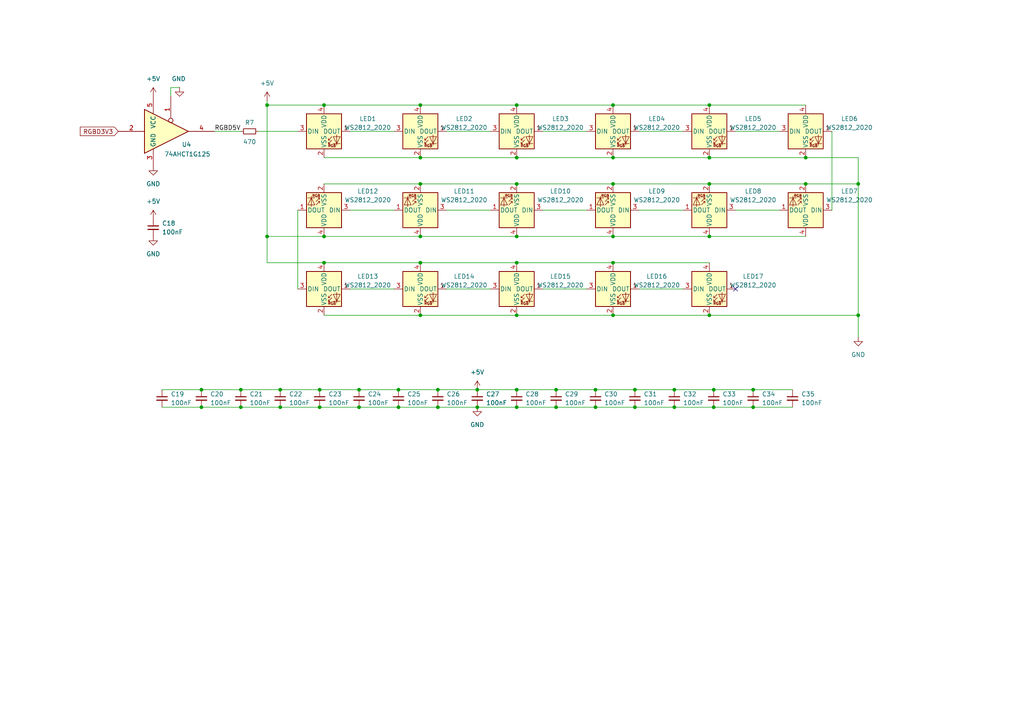
<source format=kicad_sch>
(kicad_sch (version 20231120) (generator "eeschema") (generator_version "8.0")
  (paper "A4")
  (title_block (title "Desire65 - 65% Hotswap PCB") (date "2024-05-18") (rev "1.0"))
  (lib_symbols
    (symbol "74xGxx:74AHCT1G125"
      (property "Reference" "U" (at -2.54 3.81 0))
      (property "Value" "74AHCT1G125" (at 0 -3.81 0))
      (symbol "74AHCT1G125_0_1"
        (polyline (pts (xy -7.62 6.35) (xy -7.62 -6.35) (xy 5.08 0) (xy -7.62 6.35)) (stroke (width 0.254)) (fill (type background)))
      )
      (symbol "74AHCT1G125_1_1"
        (pin input inverted (at 0 10.16 270) (length 7.62) (name "~") (number "1"))
        (pin input line (at -15.24 0 0) (length 7.62) (name "~") (number "2"))
        (pin power_in line (at -5.08 -10.16 90) (length 5.08) (name "GND") (number "3"))
        (pin tri_state line (at 12.7 0 180) (length 7.62) (name "~") (number "4"))
        (pin power_in line (at -5.08 10.16 270) (length 5.08) (name "VCC") (number "5"))
      )
    )
    (symbol "Device:C_Small" (pin_numbers hide) (pin_names (offset 0.254) hide)
      (property "Reference" "C" (at 0.254 1.778 0))
      (property "Value" "C_Small" (at 0.254 -2.032 0))
      (symbol "C_Small_0_1"
        (polyline (pts (xy -1.524 -0.508) (xy 1.524 -0.508)) (stroke (width 0.3302)))
        (polyline (pts (xy -1.524 0.508) (xy 1.524 0.508)) (stroke (width 0.3048)))
      )
      (symbol "C_Small_1_1"
        (pin passive line (at 0 2.54 270) (length 2.032) (name "~") (number "1"))
        (pin passive line (at 0 -2.54 90) (length 2.032) (name "~") (number "2"))
      )
    )
    (symbol "Device:R_Small" (pin_numbers hide) (pin_names (offset 0.254) hide)
      (property "Reference" "R" (at 0.762 0.508 0))
      (property "Value" "R_Small" (at 0.762 -1.016 0))
      (symbol "R_Small_0_1"
        (rectangle (start -0.762 1.778) (end 0.762 -1.778) (stroke (width 0.2032)))
      )
      (symbol "R_Small_1_1"
        (pin passive line (at 0 2.54 270) (length 0.762) (name "~") (number "1"))
        (pin passive line (at 0 -2.54 90) (length 0.762) (name "~") (number "2"))
      )
    )
    (symbol "PCM_marbastlib-various:WS2812_2020" (pin_names (offset 0.254))
      (property "Reference" "LED" (at 5.08 5.715 0))
      (property "Value" "WS2812_2020" (at 1.27 -5.715 0))
      (symbol "WS2812_2020_0_0"
        (text "RGB" (at 2.286 -4.191 0) (effects (font (size 0.762 0.762))))
      )
      (symbol "WS2812_2020_0_1"
        (polyline (pts (xy 1.27 -3.556) (xy 1.778 -3.556)))
        (polyline (pts (xy 1.27 -2.54) (xy 1.778 -2.54)))
        (polyline (pts (xy 4.699 -3.556) (xy 2.667 -3.556)))
        (polyline (pts (xy 2.286 -2.54) (xy 1.27 -3.556) (xy 1.27 -3.048)))
        (polyline (pts (xy 2.286 -1.524) (xy 1.27 -2.54) (xy 1.27 -2.032)))
        (polyline (pts (xy 3.683 -1.016) (xy 3.683 -3.556) (xy 3.683 -4.064)))
        (polyline (pts (xy 4.699 -1.524) (xy 2.667 -1.524) (xy 3.683 -3.556) (xy 4.699 -1.524)))
        (rectangle (start 5.08 5.08) (end -5.08 -5.08) (stroke (width 0.254)) (fill (type background)))
      )
      (symbol "WS2812_2020_1_1"
        (pin output line (at 7.62 0 180) (length 2.54) (name "DOUT") (number "1"))
        (pin power_in line (at 0 -7.62 90) (length 2.54) (name "VSS") (number "2"))
        (pin input line (at -7.62 0 0) (length 2.54) (name "DIN") (number "3"))
        (pin power_in line (at 0 7.62 270) (length 2.54) (name "VDD") (number "4"))
      )
    )
    (symbol "power:+5V" (power) (pin_numbers hide) (pin_names (offset 0) hide)
      (property "Value" "+5V" (at 0 3.556 0))
      (symbol "+5V_0_1"
        (polyline (pts (xy -0.762 1.27) (xy 0 2.54)))
        (polyline (pts (xy 0 0) (xy 0 2.54)))
        (polyline (pts (xy 0 2.54) (xy 0.762 1.27)))
      )
      (symbol "+5V_1_1"
        (pin power_in line (at 0 0 90) (length 0) (name "~") (number "1"))
      )
    )
    (symbol "power:GND" (power) (pin_numbers hide) (pin_names (offset 0) hide)
      (property "Value" "GND" (at 0 -3.81 0))
      (symbol "GND_0_1"
        (polyline (pts (xy 0 0) (xy 0 -1.27) (xy 1.27 -1.27) (xy 0 -2.54) (xy -1.27 -1.27) (xy 0 -1.27)))
      )
      (symbol "GND_1_1"
        (pin power_in line (at 0 0 270) (length 0) (name "~") (number "1"))
      )
    )
  )
  (junction (at 138.43 118.11))
  (junction (at 115.57 118.11))
  (junction (at 248.92 53.34))
  (junction (at 127 118.11))
  (junction (at 121.92 45.72))
  (junction (at 177.8 30.48))
  (junction (at 184.15 113.03))
  (junction (at 233.68 45.72))
  (junction (at 233.68 53.34))
  (junction (at 149.86 113.03))
  (junction (at 205.74 68.58))
  (junction (at 207.01 113.03))
  (junction (at 149.86 76.2))
  (junction (at 218.44 113.03))
  (junction (at 172.72 118.11))
  (junction (at 177.8 68.58))
  (junction (at 177.8 53.34))
  (junction (at 93.98 30.48))
  (junction (at 177.8 76.2))
  (junction (at 149.86 91.44))
  (junction (at 92.71 113.03))
  (junction (at 161.29 113.03))
  (junction (at 172.72 113.03))
  (junction (at 121.92 68.58))
  (junction (at 127 113.03))
  (junction (at 195.58 118.11))
  (junction (at 248.92 91.44))
  (junction (at 58.42 118.11))
  (junction (at 115.57 113.03))
  (junction (at 149.86 118.11))
  (junction (at 205.74 53.34))
  (junction (at 177.8 91.44))
  (junction (at 81.28 113.03))
  (junction (at 121.92 53.34))
  (junction (at 161.29 118.11))
  (junction (at 205.74 45.72))
  (junction (at 92.71 118.11))
  (junction (at 93.98 76.2))
  (junction (at 184.15 118.11))
  (junction (at 149.86 30.48))
  (junction (at 205.74 91.44))
  (junction (at 218.44 118.11))
  (junction (at 77.47 68.58))
  (junction (at 138.43 113.03))
  (junction (at 149.86 45.72))
  (junction (at 77.47 30.48))
  (junction (at 207.01 118.11))
  (junction (at 121.92 30.48))
  (junction (at 149.86 68.58))
  (junction (at 104.14 113.03))
  (junction (at 93.98 68.58))
  (junction (at 177.8 45.72))
  (junction (at 149.86 53.34))
  (junction (at 121.92 76.2))
  (junction (at 69.85 118.11))
  (junction (at 205.74 30.48))
  (junction (at 81.28 118.11))
  (junction (at 58.42 113.03))
  (junction (at 104.14 118.11))
  (junction (at 195.58 113.03))
  (junction (at 121.92 91.44))
  (junction (at 69.85 113.03))
  (no_connect (at 213.36 83.82))
  (wire (pts (xy 58.42 118.11) (xy 69.85 118.11)))
  (wire (pts (xy 121.92 53.34) (xy 149.86 53.34)))
  (wire (pts (xy 233.68 53.34) (xy 248.92 53.34)))
  (wire (pts (xy 93.98 68.58) (xy 77.47 68.58)))
  (wire (pts (xy 207.01 113.03) (xy 218.44 113.03)))
  (wire (pts (xy 149.86 76.2) (xy 121.92 76.2)))
  (wire (pts (xy 129.54 38.1) (xy 142.24 38.1)))
  (wire (pts (xy 46.99 113.03) (xy 58.42 113.03)))
  (wire (pts (xy 129.54 60.96) (xy 142.24 60.96)))
  (wire (pts (xy 121.92 30.48) (xy 149.86 30.48)))
  (wire (pts (xy 69.85 113.03) (xy 81.28 113.03)))
  (wire (pts (xy 184.15 113.03) (xy 195.58 113.03)))
  (wire (pts (xy 77.47 30.48) (xy 77.47 29.21)))
  (wire (pts (xy 205.74 68.58) (xy 177.8 68.58)))
  (wire (pts (xy 92.71 118.11) (xy 104.14 118.11)))
  (wire (pts (xy 157.48 38.1) (xy 170.18 38.1)))
  (wire (pts (xy 101.6 38.1) (xy 114.3 38.1)))
  (wire (pts (xy 77.47 68.58) (xy 77.47 30.48)))
  (wire (pts (xy 185.42 83.82) (xy 198.12 83.82)))
  (wire (pts (xy 218.44 118.11) (xy 229.87 118.11)))
  (wire (pts (xy 77.47 30.48) (xy 93.98 30.48)))
  (wire (pts (xy 248.92 53.34) (xy 248.92 91.44)))
  (wire (pts (xy 77.47 76.2) (xy 77.47 68.58)))
  (wire (pts (xy 233.68 68.58) (xy 205.74 68.58)))
  (wire (pts (xy 205.74 45.72) (xy 177.8 45.72)))
  (wire (pts (xy 92.71 113.03) (xy 104.14 113.03)))
  (wire (pts (xy 138.43 113.03) (xy 149.86 113.03)))
  (wire (pts (xy 149.86 53.34) (xy 177.8 53.34)))
  (wire (pts (xy 81.28 118.11) (xy 92.71 118.11)))
  (wire (pts (xy 129.54 83.82) (xy 142.24 83.82)))
  (wire (pts (xy 149.86 113.03) (xy 161.29 113.03)))
  (wire (pts (xy 157.48 83.82) (xy 170.18 83.82)))
  (wire (pts (xy 101.6 83.82) (xy 114.3 83.82)))
  (wire (pts (xy 52.07 25.4) (xy 49.53 25.4)))
  (wire (pts (xy 207.01 118.11) (xy 218.44 118.11)))
  (wire (pts (xy 172.72 118.11) (xy 184.15 118.11)))
  (wire (pts (xy 93.98 45.72) (xy 121.92 45.72)))
  (wire (pts (xy 115.57 113.03) (xy 127 113.03)))
  (wire (pts (xy 58.42 113.03) (xy 69.85 113.03)))
  (wire (pts (xy 161.29 118.11) (xy 172.72 118.11)))
  (wire (pts (xy 86.36 60.96) (xy 86.36 83.82)))
  (wire (pts (xy 213.36 38.1) (xy 226.06 38.1)))
  (wire (pts (xy 172.72 113.03) (xy 184.15 113.03)))
  (wire (pts (xy 185.42 60.96) (xy 198.12 60.96)))
  (wire (pts (xy 93.98 30.48) (xy 121.92 30.48)))
  (wire (pts (xy 157.48 60.96) (xy 170.18 60.96)))
  (wire (pts (xy 205.74 30.48) (xy 233.68 30.48)))
  (wire (pts (xy 69.85 118.11) (xy 81.28 118.11)))
  (wire (pts (xy 93.98 91.44) (xy 121.92 91.44)))
  (wire (pts (xy 205.74 53.34) (xy 233.68 53.34)))
  (wire (pts (xy 81.28 113.03) (xy 92.71 113.03)))
  (wire (pts (xy 149.86 30.48) (xy 177.8 30.48)))
  (wire (pts (xy 127 118.11) (xy 138.43 118.11)))
  (wire (pts (xy 93.98 53.34) (xy 121.92 53.34)))
  (wire (pts (xy 177.8 30.48) (xy 205.74 30.48)))
  (wire (pts (xy 218.44 113.03) (xy 229.87 113.03)))
  (wire (pts (xy 177.8 45.72) (xy 149.86 45.72)))
  (wire (pts (xy 104.14 113.03) (xy 115.57 113.03)))
  (wire (pts (xy 205.74 91.44) (xy 248.92 91.44)))
  (wire (pts (xy 177.8 76.2) (xy 205.74 76.2)))
  (wire (pts (xy 49.53 25.4) (xy 49.53 27.94)))
  (wire (pts (xy 149.86 118.11) (xy 161.29 118.11)))
  (wire (pts (xy 121.92 68.58) (xy 93.98 68.58)))
  (wire (pts (xy 127 113.03) (xy 138.43 113.03)))
  (wire (pts (xy 115.57 118.11) (xy 127 118.11)))
  (wire (pts (xy 161.29 113.03) (xy 172.72 113.03)))
  (wire (pts (xy 101.6 60.96) (xy 114.3 60.96)))
  (wire (pts (xy 138.43 118.11) (xy 149.86 118.11)))
  (wire (pts (xy 149.86 68.58) (xy 121.92 68.58)))
  (wire (pts (xy 149.86 91.44) (xy 177.8 91.44)))
  (wire (pts (xy 104.14 118.11) (xy 115.57 118.11)))
  (wire (pts (xy 248.92 91.44) (xy 248.92 97.79)))
  (wire (pts (xy 177.8 91.44) (xy 205.74 91.44)))
  (wire (pts (xy 195.58 113.03) (xy 207.01 113.03)))
  (wire (pts (xy 121.92 91.44) (xy 149.86 91.44)))
  (wire (pts (xy 185.42 38.1) (xy 198.12 38.1)))
  (wire (pts (xy 184.15 118.11) (xy 195.58 118.11)))
  (wire (pts (xy 121.92 76.2) (xy 93.98 76.2)))
  (wire (pts (xy 74.93 38.1) (xy 86.36 38.1)))
  (wire (pts (xy 195.58 118.11) (xy 207.01 118.11)))
  (wire (pts (xy 248.92 45.72) (xy 248.92 53.34)))
  (wire (pts (xy 233.68 45.72) (xy 205.74 45.72)))
  (wire (pts (xy 46.99 118.11) (xy 58.42 118.11)))
  (wire (pts (xy 177.8 68.58) (xy 149.86 68.58)))
  (wire (pts (xy 62.23 38.1) (xy 69.85 38.1)))
  (wire (pts (xy 93.98 76.2) (xy 77.47 76.2)))
  (wire (pts (xy 177.8 53.34) (xy 205.74 53.34)))
  (wire (pts (xy 149.86 45.72) (xy 121.92 45.72)))
  (wire (pts (xy 177.8 76.2) (xy 149.86 76.2)))
  (wire (pts (xy 213.36 60.96) (xy 226.06 60.96)))
  (wire (pts (xy 241.3 38.1) (xy 241.3 60.96)))
  (wire (pts (xy 248.92 45.72) (xy 233.68 45.72)))
  (label "RGBD5V" (at 62.23 38.1 0))
  (global_label "RGBD3V3" (shape input) (at 34.29 38.1 180) (property "Intersheetrefs" "${INTERSHEET_REFS}" (effects (hide yes))))
  (symbol (lib_id "Device:C_Small") (at 229.87 115.57 0) (unit 1)
    (property "Reference" "C35" (at 232.41 114.3062 0) (effects (justify left)))
    (property "Value" "100nF" (at 232.41 116.8462 0) (effects (justify left)))
    (property "Footprint" "Capacitor_SMD:C_0402_1005Metric" (effects (hide yes)))
    (property "Description" "Unpolarized capacitor, small symbol" (effects (hide yes)))
    (property "LCSC Part" "C1525" (effects (hide yes)))
  )
  (symbol (lib_id "power:+5V") (at 138.43 113.03 0) (unit 1)
    (property "Reference" "#PWR034" (effects (hide yes)))
    (property "Value" "+5V" (at 138.43 107.95 0))
    (property "Description" "Power symbol creates a global label with name \"+5V\"" (effects (hide yes)))
  )
  (symbol (lib_id "PCM_marbastlib-various:WS2812_2020") (at 177.8 38.1 0) (unit 1)
    (property "Reference" "LED4" (at 190.5 34.452 0))
    (property "Value" "WS2812_2020" (at 190.5 36.992 0))
    (property "Footprint" "PCM_marbastlib-various:LED_WS2812_2020" (effects (hide yes)))
    (property "Datasheet" "https://www.world-semi.com/DownLoadFile/139" (effects (hide yes)))
    (property "Description" "2020 SMD adressable RGB LED with integrated controller" (effects (hide yes)))
    (property "LCSC Part" "C965555" (effects (hide yes)))
  )
  (symbol (lib_id "Device:C_Small") (at 92.71 115.57 0) (unit 1)
    (property "Reference" "C23" (at 95.25 114.3062 0) (effects (justify left)))
    (property "Value" "100nF" (at 95.25 116.8462 0) (effects (justify left)))
    (property "Footprint" "Capacitor_SMD:C_0402_1005Metric" (effects (hide yes)))
    (property "Description" "Unpolarized capacitor, small symbol" (effects (hide yes)))
    (property "LCSC Part" "C1525" (effects (hide yes)))
  )
  (symbol (lib_id "PCM_marbastlib-various:WS2812_2020") (at 149.86 60.96 180) (unit 1)
    (property "Reference" "LED10" (at 162.56 55.4638 0))
    (property "Value" "WS2812_2020" (at 162.56 58.0038 0))
    (property "Footprint" "PCM_marbastlib-various:LED_WS2812_2020" (effects (hide yes)))
    (property "Datasheet" "https://www.world-semi.com/DownLoadFile/139" (effects (hide yes)))
    (property "Description" "2020 SMD adressable RGB LED with integrated controller" (effects (hide yes)))
    (property "LCSC Part" "C965555" (effects (hide yes)))
  )
  (symbol (lib_id "Device:C_Small") (at 104.14 115.57 0) (unit 1)
    (property "Reference" "C24" (at 106.68 114.3062 0) (effects (justify left)))
    (property "Value" "100nF" (at 106.68 116.8462 0) (effects (justify left)))
    (property "Footprint" "Capacitor_SMD:C_0402_1005Metric" (effects (hide yes)))
    (property "Description" "Unpolarized capacitor, small symbol" (effects (hide yes)))
    (property "LCSC Part" "C1525" (effects (hide yes)))
  )
  (symbol (lib_id "74xGxx:74AHCT1G125") (at 49.53 38.1 0) (unit 1)
    (property "Reference" "U4" (at 54.102 41.91 0))
    (property "Value" "74AHCT1G125" (at 54.356 44.704 0))
    (property "Footprint" "Package_TO_SOT_SMD:SOT-23-5" (effects (hide yes)))
    (property "Datasheet" "http://www.ti.com/lit/sg/scyt129e/scyt129e.pdf" (effects (hide yes)))
    (property "Description" "Single Buffer Gate Tri-State, Low-Voltage CMOS" (effects (hide yes)))
    (property "LCSC Part" "C7484" (effects (hide yes)))
  )
  (symbol (lib_id "PCM_marbastlib-various:WS2812_2020") (at 205.74 60.96 180) (unit 1)
    (property "Reference" "LED8" (at 218.44 55.4638 0))
    (property "Value" "WS2812_2020" (at 218.44 58.0038 0))
    (property "Footprint" "PCM_marbastlib-various:LED_WS2812_2020" (effects (hide yes)))
    (property "Datasheet" "https://www.world-semi.com/DownLoadFile/139" (effects (hide yes)))
    (property "Description" "2020 SMD adressable RGB LED with integrated controller" (effects (hide yes)))
    (property "LCSC Part" "C965555" (effects (hide yes)))
  )
  (symbol (lib_id "Device:C_Small") (at 195.58 115.57 0) (unit 1)
    (property "Reference" "C32" (at 198.12 114.3062 0) (effects (justify left)))
    (property "Value" "100nF" (at 198.12 116.8462 0) (effects (justify left)))
    (property "Footprint" "Capacitor_SMD:C_0402_1005Metric" (effects (hide yes)))
    (property "Description" "Unpolarized capacitor, small symbol" (effects (hide yes)))
    (property "LCSC Part" "C1525" (effects (hide yes)))
  )
  (symbol (lib_id "PCM_marbastlib-various:WS2812_2020") (at 233.68 38.1 0) (unit 1)
    (property "Reference" "LED6" (at 246.38 34.452 0))
    (property "Value" "WS2812_2020" (at 246.38 36.992 0))
    (property "Footprint" "PCM_marbastlib-various:LED_WS2812_2020" (effects (hide yes)))
    (property "Datasheet" "https://www.world-semi.com/DownLoadFile/139" (effects (hide yes)))
    (property "Description" "2020 SMD adressable RGB LED with integrated controller" (effects (hide yes)))
    (property "LCSC Part" "C965555" (effects (hide yes)))
  )
  (symbol (lib_id "Device:R_Small") (at 72.39 38.1 90) (unit 1)
    (property "Reference" "R7" (at 72.39 35.56 90))
    (property "Value" "470" (at 72.39 41.148 90))
    (property "Footprint" "Resistor_SMD:R_0402_1005Metric" (effects (hide yes)))
    (property "Description" "Resistor, small symbol" (effects (hide yes)))
    (property "LCSC Part" "C25117" (effects (hide yes)))
  )
  (symbol (lib_id "Device:C_Small") (at 172.72 115.57 0) (unit 1)
    (property "Reference" "C30" (at 175.26 114.3062 0) (effects (justify left)))
    (property "Value" "100nF" (at 175.26 116.8462 0) (effects (justify left)))
    (property "Footprint" "Capacitor_SMD:C_0402_1005Metric" (effects (hide yes)))
    (property "Description" "Unpolarized capacitor, small symbol" (effects (hide yes)))
    (property "LCSC Part" "C1525" (effects (hide yes)))
  )
  (symbol (lib_id "power:GND") (at 44.45 68.58 0) (unit 1)
    (property "Reference" "#PWR033" (effects (hide yes)))
    (property "Value" "GND" (at 44.45 73.66 0))
    (property "Description" "Power symbol creates a global label with name \"GND\" , ground" (effects (hide yes)))
  )
  (symbol (lib_id "Device:C_Small") (at 149.86 115.57 0) (unit 1)
    (property "Reference" "C28" (at 152.4 114.3062 0) (effects (justify left)))
    (property "Value" "100nF" (at 152.4 116.8462 0) (effects (justify left)))
    (property "Footprint" "Capacitor_SMD:C_0402_1005Metric" (effects (hide yes)))
    (property "Description" "Unpolarized capacitor, small symbol" (effects (hide yes)))
    (property "LCSC Part" "C1525" (effects (hide yes)))
  )
  (symbol (lib_id "power:GND") (at 248.92 97.79 0) (unit 1)
    (property "Reference" "#PWR030" (effects (hide yes)))
    (property "Value" "GND" (at 248.92 102.87 0))
    (property "Description" "Power symbol creates a global label with name \"GND\" , ground" (effects (hide yes)))
  )
  (symbol (lib_id "PCM_marbastlib-various:WS2812_2020") (at 149.86 38.1 0) (unit 1)
    (property "Reference" "LED3" (at 162.56 34.452 0))
    (property "Value" "WS2812_2020" (at 162.56 36.992 0))
    (property "Footprint" "PCM_marbastlib-various:LED_WS2812_2020" (effects (hide yes)))
    (property "Datasheet" "https://www.world-semi.com/DownLoadFile/139" (effects (hide yes)))
    (property "Description" "2020 SMD adressable RGB LED with integrated controller" (effects (hide yes)))
    (property "LCSC Part" "C965555" (effects (hide yes)))
  )
  (symbol (lib_id "PCM_marbastlib-various:WS2812_2020") (at 121.92 60.96 180) (unit 1)
    (property "Reference" "LED11" (at 134.62 55.4638 0))
    (property "Value" "WS2812_2020" (at 134.62 58.0038 0))
    (property "Footprint" "PCM_marbastlib-various:LED_WS2812_2020" (effects (hide yes)))
    (property "Datasheet" "https://www.world-semi.com/DownLoadFile/139" (effects (hide yes)))
    (property "Description" "2020 SMD adressable RGB LED with integrated controller" (effects (hide yes)))
    (property "LCSC Part" "C965555" (effects (hide yes)))
  )
  (symbol (lib_id "PCM_marbastlib-various:WS2812_2020") (at 177.8 83.82 0) (unit 1)
    (property "Reference" "LED16" (at 190.5 80.172 0))
    (property "Value" "WS2812_2020" (at 190.5 82.712 0))
    (property "Footprint" "PCM_marbastlib-various:LED_WS2812_2020" (effects (hide yes)))
    (property "Datasheet" "https://www.world-semi.com/DownLoadFile/139" (effects (hide yes)))
    (property "Description" "2020 SMD adressable RGB LED with integrated controller" (effects (hide yes)))
    (property "LCSC Part" "C965555" (effects (hide yes)))
  )
  (symbol (lib_id "Device:C_Small") (at 115.57 115.57 0) (unit 1)
    (property "Reference" "C25" (at 118.11 114.3062 0) (effects (justify left)))
    (property "Value" "100nF" (at 118.11 116.8462 0) (effects (justify left)))
    (property "Footprint" "Capacitor_SMD:C_0402_1005Metric" (effects (hide yes)))
    (property "Description" "Unpolarized capacitor, small symbol" (effects (hide yes)))
    (property "LCSC Part" "C1525" (effects (hide yes)))
  )
  (symbol (lib_id "PCM_marbastlib-various:WS2812_2020") (at 177.8 60.96 180) (unit 1)
    (property "Reference" "LED9" (at 190.5 55.4638 0))
    (property "Value" "WS2812_2020" (at 190.5 58.0038 0))
    (property "Footprint" "PCM_marbastlib-various:LED_WS2812_2020" (effects (hide yes)))
    (property "Datasheet" "https://www.world-semi.com/DownLoadFile/139" (effects (hide yes)))
    (property "Description" "2020 SMD adressable RGB LED with integrated controller" (effects (hide yes)))
    (property "LCSC Part" "C965555" (effects (hide yes)))
  )
  (symbol (lib_id "Device:C_Small") (at 69.85 115.57 0) (unit 1)
    (property "Reference" "C21" (at 72.39 114.3062 0) (effects (justify left)))
    (property "Value" "100nF" (at 72.39 116.8462 0) (effects (justify left)))
    (property "Footprint" "Capacitor_SMD:C_0402_1005Metric" (effects (hide yes)))
    (property "Description" "Unpolarized capacitor, small symbol" (effects (hide yes)))
    (property "LCSC Part" "C1525" (effects (hide yes)))
  )
  (symbol (lib_id "Device:C_Small") (at 161.29 115.57 0) (unit 1)
    (property "Reference" "C29" (at 163.83 114.3062 0) (effects (justify left)))
    (property "Value" "100nF" (at 163.83 116.8462 0) (effects (justify left)))
    (property "Footprint" "Capacitor_SMD:C_0402_1005Metric" (effects (hide yes)))
    (property "Description" "Unpolarized capacitor, small symbol" (effects (hide yes)))
    (property "LCSC Part" "C1525" (effects (hide yes)))
  )
  (symbol (lib_id "Device:C_Small") (at 46.99 115.57 0) (unit 1)
    (property "Reference" "C19" (at 49.53 114.3062 0) (effects (justify left)))
    (property "Value" "100nF" (at 49.53 116.8462 0) (effects (justify left)))
    (property "Footprint" "Capacitor_SMD:C_0402_1005Metric" (effects (hide yes)))
    (property "Description" "Unpolarized capacitor, small symbol" (effects (hide yes)))
    (property "LCSC Part" "C1525" (effects (hide yes)))
  )
  (symbol (lib_id "PCM_marbastlib-various:WS2812_2020") (at 93.98 60.96 180) (unit 1)
    (property "Reference" "LED12" (at 106.68 55.4638 0))
    (property "Value" "WS2812_2020" (at 106.68 58.0038 0))
    (property "Footprint" "PCM_marbastlib-various:LED_WS2812_2020" (effects (hide yes)))
    (property "Datasheet" "https://www.world-semi.com/DownLoadFile/139" (effects (hide yes)))
    (property "Description" "2020 SMD adressable RGB LED with integrated controller" (effects (hide yes)))
    (property "LCSC Part" "C965555" (effects (hide yes)))
  )
  (symbol (lib_id "PCM_marbastlib-various:WS2812_2020") (at 93.98 38.1 0) (unit 1)
    (property "Reference" "LED1" (at 106.68 34.452 0))
    (property "Value" "WS2812_2020" (at 106.68 36.992 0))
    (property "Footprint" "PCM_marbastlib-various:LED_WS2812_2020" (effects (hide yes)))
    (property "Datasheet" "https://www.world-semi.com/DownLoadFile/139" (effects (hide yes)))
    (property "Description" "2020 SMD adressable RGB LED with integrated controller" (effects (hide yes)))
    (property "LCSC Part" "C965555" (effects (hide yes)))
  )
  (symbol (lib_id "power:GND") (at 138.43 118.11 0) (unit 1)
    (property "Reference" "#PWR035" (effects (hide yes)))
    (property "Value" "GND" (at 138.43 123.19 0))
    (property "Description" "Power symbol creates a global label with name \"GND\" , ground" (effects (hide yes)))
  )
  (symbol (lib_id "PCM_marbastlib-various:WS2812_2020") (at 205.74 83.82 0) (unit 1)
    (property "Reference" "LED17" (at 218.44 80.172 0))
    (property "Value" "WS2812_2020" (at 218.44 82.712 0))
    (property "Footprint" "PCM_marbastlib-various:LED_WS2812_2020" (effects (hide yes)))
    (property "Datasheet" "https://www.world-semi.com/DownLoadFile/139" (effects (hide yes)))
    (property "Description" "2020 SMD adressable RGB LED with integrated controller" (effects (hide yes)))
    (property "LCSC Part" "C965555" (effects (hide yes)))
  )
  (symbol (lib_id "Device:C_Small") (at 138.43 115.57 0) (unit 1)
    (property "Reference" "C27" (at 140.97 114.3062 0) (effects (justify left)))
    (property "Value" "100nF" (at 140.97 116.8462 0) (effects (justify left)))
    (property "Footprint" "Capacitor_SMD:C_0402_1005Metric" (effects (hide yes)))
    (property "Description" "Unpolarized capacitor, small symbol" (effects (hide yes)))
    (property "LCSC Part" "C1525" (effects (hide yes)))
  )
  (symbol (lib_id "PCM_marbastlib-various:WS2812_2020") (at 93.98 83.82 0) (unit 1)
    (property "Reference" "LED13" (at 106.68 80.172 0))
    (property "Value" "WS2812_2020" (at 106.68 82.712 0))
    (property "Footprint" "PCM_marbastlib-various:LED_WS2812_2020" (effects (hide yes)))
    (property "Datasheet" "https://www.world-semi.com/DownLoadFile/139" (effects (hide yes)))
    (property "Description" "2020 SMD adressable RGB LED with integrated controller" (effects (hide yes)))
    (property "LCSC Part" "C965555" (effects (hide yes)))
  )
  (symbol (lib_id "Device:C_Small") (at 218.44 115.57 0) (unit 1)
    (property "Reference" "C34" (at 220.98 114.3062 0) (effects (justify left)))
    (property "Value" "100nF" (at 220.98 116.8462 0) (effects (justify left)))
    (property "Footprint" "Capacitor_SMD:C_0402_1005Metric" (effects (hide yes)))
    (property "Description" "Unpolarized capacitor, small symbol" (effects (hide yes)))
    (property "LCSC Part" "C1525" (effects (hide yes)))
  )
  (symbol (lib_id "power:GND") (at 52.07 25.4 0) (unit 1)
    (property "Reference" "#PWR027" (effects (hide yes)))
    (property "Value" "GND" (at 51.816 22.86 0))
    (property "Description" "Power symbol creates a global label with name \"GND\" , ground" (effects (hide yes)))
  )
  (symbol (lib_id "PCM_marbastlib-various:WS2812_2020") (at 233.68 60.96 180) (unit 1)
    (property "Reference" "LED7" (at 246.38 55.4638 0))
    (property "Value" "WS2812_2020" (at 246.38 58.0038 0))
    (property "Footprint" "PCM_marbastlib-various:LED_WS2812_2020" (effects (hide yes)))
    (property "Datasheet" "https://www.world-semi.com/DownLoadFile/139" (effects (hide yes)))
    (property "Description" "2020 SMD adressable RGB LED with integrated controller" (effects (hide yes)))
    (property "LCSC Part" "C965555" (effects (hide yes)))
  )
  (symbol (lib_id "power:+5V") (at 44.45 27.94 0) (unit 1)
    (property "Reference" "#PWR028" (effects (hide yes)))
    (property "Value" "+5V" (at 44.45 22.86 0))
    (property "Description" "Power symbol creates a global label with name \"+5V\"" (effects (hide yes)))
  )
  (symbol (lib_id "power:+5V") (at 77.47 29.21 0) (unit 1)
    (property "Reference" "#PWR029" (effects (hide yes)))
    (property "Value" "+5V" (at 77.47 24.13 0))
    (property "Description" "Power symbol creates a global label with name \"+5V\"" (effects (hide yes)))
  )
  (symbol (lib_id "Device:C_Small") (at 58.42 115.57 0) (unit 1)
    (property "Reference" "C20" (at 60.96 114.3062 0) (effects (justify left)))
    (property "Value" "100nF" (at 60.96 116.8462 0) (effects (justify left)))
    (property "Footprint" "Capacitor_SMD:C_0402_1005Metric" (effects (hide yes)))
    (property "Description" "Unpolarized capacitor, small symbol" (effects (hide yes)))
    (property "LCSC Part" "C1525" (effects (hide yes)))
  )
  (symbol (lib_id "PCM_marbastlib-various:WS2812_2020") (at 121.92 83.82 0) (unit 1)
    (property "Reference" "LED14" (at 134.62 80.172 0))
    (property "Value" "WS2812_2020" (at 134.62 82.712 0))
    (property "Footprint" "PCM_marbastlib-various:LED_WS2812_2020" (effects (hide yes)))
    (property "Datasheet" "https://www.world-semi.com/DownLoadFile/139" (effects (hide yes)))
    (property "Description" "2020 SMD adressable RGB LED with integrated controller" (effects (hide yes)))
    (property "LCSC Part" "C965555" (effects (hide yes)))
  )
  (symbol (lib_id "PCM_marbastlib-various:WS2812_2020") (at 205.74 38.1 0) (unit 1)
    (property "Reference" "LED5" (at 218.44 34.452 0))
    (property "Value" "WS2812_2020" (at 218.44 36.992 0))
    (property "Footprint" "PCM_marbastlib-various:LED_WS2812_2020" (effects (hide yes)))
    (property "Datasheet" "https://www.world-semi.com/DownLoadFile/139" (effects (hide yes)))
    (property "Description" "2020 SMD adressable RGB LED with integrated controller" (effects (hide yes)))
    (property "LCSC Part" "C965555" (effects (hide yes)))
  )
  (symbol (lib_id "Device:C_Small") (at 207.01 115.57 0) (unit 1)
    (property "Reference" "C33" (at 209.55 114.3062 0) (effects (justify left)))
    (property "Value" "100nF" (at 209.55 116.8462 0) (effects (justify left)))
    (property "Footprint" "Capacitor_SMD:C_0402_1005Metric" (effects (hide yes)))
    (property "Description" "Unpolarized capacitor, small symbol" (effects (hide yes)))
    (property "LCSC Part" "C1525" (effects (hide yes)))
  )
  (symbol (lib_id "power:GND") (at 44.45 48.26 0) (unit 1)
    (property "Reference" "#PWR031" (effects (hide yes)))
    (property "Value" "GND" (at 44.45 53.34 0))
    (property "Description" "Power symbol creates a global label with name \"GND\" , ground" (effects (hide yes)))
  )
  (symbol (lib_id "Device:C_Small") (at 81.28 115.57 0) (unit 1)
    (property "Reference" "C22" (at 83.82 114.3062 0) (effects (justify left)))
    (property "Value" "100nF" (at 83.82 116.8462 0) (effects (justify left)))
    (property "Footprint" "Capacitor_SMD:C_0402_1005Metric" (effects (hide yes)))
    (property "Description" "Unpolarized capacitor, small symbol" (effects (hide yes)))
    (property "LCSC Part" "C1525" (effects (hide yes)))
  )
  (symbol (lib_id "Device:C_Small") (at 184.15 115.57 0) (unit 1)
    (property "Reference" "C31" (at 186.69 114.3062 0) (effects (justify left)))
    (property "Value" "100nF" (at 186.69 116.8462 0) (effects (justify left)))
    (property "Footprint" "Capacitor_SMD:C_0402_1005Metric" (effects (hide yes)))
    (property "Description" "Unpolarized capacitor, small symbol" (effects (hide yes)))
    (property "LCSC Part" "C1525" (effects (hide yes)))
  )
  (symbol (lib_id "Device:C_Small") (at 127 115.57 0) (unit 1)
    (property "Reference" "C26" (at 129.54 114.3062 0) (effects (justify left)))
    (property "Value" "100nF" (at 129.54 116.8462 0) (effects (justify left)))
    (property "Footprint" "Capacitor_SMD:C_0402_1005Metric" (effects (hide yes)))
    (property "Description" "Unpolarized capacitor, small symbol" (effects (hide yes)))
    (property "LCSC Part" "C1525" (effects (hide yes)))
  )
  (symbol (lib_id "PCM_marbastlib-various:WS2812_2020") (at 121.92 38.1 0) (unit 1)
    (property "Reference" "LED2" (at 134.62 34.452 0))
    (property "Value" "WS2812_2020" (at 134.62 36.992 0))
    (property "Footprint" "PCM_marbastlib-various:LED_WS2812_2020" (effects (hide yes)))
    (property "Datasheet" "https://www.world-semi.com/DownLoadFile/139" (effects (hide yes)))
    (property "Description" "2020 SMD adressable RGB LED with integrated controller" (effects (hide yes)))
    (property "LCSC Part" "C965555" (effects (hide yes)))
  )
  (symbol (lib_id "Device:C_Small") (at 44.45 66.04 0) (unit 1)
    (property "Reference" "C18" (at 46.99 64.7762 0) (effects (justify left)))
    (property "Value" "100nF" (at 46.99 67.3162 0) (effects (justify left)))
    (property "Footprint" "Capacitor_SMD:C_0402_1005Metric" (effects (hide yes)))
    (property "Description" "Unpolarized capacitor, small symbol" (effects (hide yes)))
    (property "LCSC Part" "C1525" (effects (hide yes)))
  )
  (symbol (lib_id "power:+5V") (at 44.45 63.5 0) (unit 1)
    (property "Reference" "#PWR032" (effects (hide yes)))
    (property "Value" "+5V" (at 44.45 58.42 0))
    (property "Description" "Power symbol creates a global label with name \"+5V\"" (effects (hide yes)))
  )
  (symbol (lib_id "PCM_marbastlib-various:WS2812_2020") (at 149.86 83.82 0) (unit 1)
    (property "Reference" "LED15" (at 162.56 80.172 0))
    (property "Value" "WS2812_2020" (at 162.56 82.712 0))
    (property "Footprint" "PCM_marbastlib-various:LED_WS2812_2020" (effects (hide yes)))
    (property "Datasheet" "https://www.world-semi.com/DownLoadFile/139" (effects (hide yes)))
    (property "Description" "2020 SMD adressable RGB LED with integrated controller" (effects (hide yes)))
    (property "LCSC Part" "C965555" (effects (hide yes)))
  )
)
</source>
